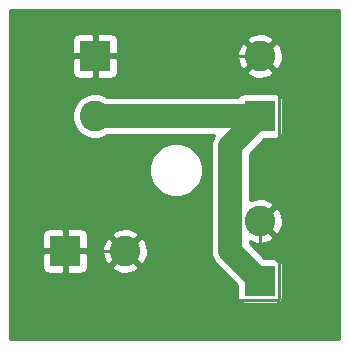
<source format=gtl>
%TF.GenerationSoftware,KiCad,Pcbnew,(5.1.12-1-10_14)*%
%TF.CreationDate,2021-12-04T23:40:54+01:00*%
%TF.ProjectId,contraddictionLamp_220Conn,636f6e74-7261-4646-9469-6374696f6e4c,rev?*%
%TF.SameCoordinates,Original*%
%TF.FileFunction,Copper,L1,Top*%
%TF.FilePolarity,Positive*%
%FSLAX46Y46*%
G04 Gerber Fmt 4.6, Leading zero omitted, Abs format (unit mm)*
G04 Created by KiCad (PCBNEW (5.1.12-1-10_14)) date 2021-12-04 23:40:54*
%MOMM*%
%LPD*%
G01*
G04 APERTURE LIST*
%TA.AperFunction,ComponentPad*%
%ADD10R,2.600000X2.600000*%
%TD*%
%TA.AperFunction,ComponentPad*%
%ADD11C,2.600000*%
%TD*%
%TA.AperFunction,Conductor*%
%ADD12C,0.250000*%
%TD*%
%TA.AperFunction,Conductor*%
%ADD13C,2.000000*%
%TD*%
%TA.AperFunction,Conductor*%
%ADD14C,0.254000*%
%TD*%
%TA.AperFunction,Conductor*%
%ADD15C,0.100000*%
%TD*%
G04 APERTURE END LIST*
D10*
%TO.P,J1,1*%
%TO.N,/Neutral*%
X170434000Y-94742000D03*
D11*
%TO.P,J1,2*%
%TO.N,/Line*%
X170434000Y-99822000D03*
%TD*%
%TO.P,J2,2*%
%TO.N,/Neutral*%
X172974000Y-111252000D03*
D10*
%TO.P,J2,1*%
X167894000Y-111252000D03*
%TD*%
D11*
%TO.P,J3,2*%
%TO.N,/Neutral*%
X184404000Y-94742000D03*
D10*
%TO.P,J3,1*%
%TO.N,/Line*%
X184404000Y-99822000D03*
%TD*%
%TO.P,J4,1*%
%TO.N,/Line*%
X184404000Y-113792000D03*
D11*
%TO.P,J4,2*%
%TO.N,/Neutral*%
X184404000Y-108712000D03*
%TD*%
D12*
%TO.N,/Neutral*%
X170434000Y-94742000D02*
X184404000Y-94742000D01*
X167894000Y-111252000D02*
X172974000Y-111252000D01*
X177139001Y-115417001D02*
X172974000Y-111252000D01*
X185964001Y-115417001D02*
X177139001Y-115417001D01*
X186029001Y-115352001D02*
X185964001Y-115417001D01*
X186029001Y-112175478D02*
X186029001Y-115352001D01*
X184404000Y-110550477D02*
X186029001Y-112175478D01*
X184404000Y-108712000D02*
X184404000Y-110550477D01*
X186029001Y-107086999D02*
X184404000Y-108712000D01*
X186029001Y-96367001D02*
X186029001Y-107086999D01*
X184404000Y-94742000D02*
X186029001Y-96367001D01*
D13*
%TO.N,/Line*%
X170434000Y-99822000D02*
X184404000Y-99822000D01*
X181903999Y-111291999D02*
X184404000Y-113792000D01*
X181903999Y-102322001D02*
X181903999Y-111291999D01*
X184404000Y-99822000D02*
X181903999Y-102322001D01*
%TD*%
D14*
%TO.N,/Neutral*%
X191110001Y-118720000D02*
X163220000Y-118720000D01*
X163220000Y-112552000D01*
X165955928Y-112552000D01*
X165968188Y-112676482D01*
X166004498Y-112796180D01*
X166063463Y-112906494D01*
X166142815Y-113003185D01*
X166239506Y-113082537D01*
X166349820Y-113141502D01*
X166469518Y-113177812D01*
X166594000Y-113190072D01*
X167608250Y-113187000D01*
X167767000Y-113028250D01*
X167767000Y-111379000D01*
X168021000Y-111379000D01*
X168021000Y-113028250D01*
X168179750Y-113187000D01*
X169194000Y-113190072D01*
X169318482Y-113177812D01*
X169438180Y-113141502D01*
X169548494Y-113082537D01*
X169645185Y-113003185D01*
X169724537Y-112906494D01*
X169783502Y-112796180D01*
X169819812Y-112676482D01*
X169827224Y-112601224D01*
X171804381Y-112601224D01*
X171936317Y-112896312D01*
X172277045Y-113067159D01*
X172644557Y-113168250D01*
X173024729Y-113195701D01*
X173402951Y-113148457D01*
X173764690Y-113028333D01*
X174011683Y-112896312D01*
X174143619Y-112601224D01*
X172974000Y-111431605D01*
X171804381Y-112601224D01*
X169827224Y-112601224D01*
X169832072Y-112552000D01*
X169829000Y-111537750D01*
X169670250Y-111379000D01*
X168021000Y-111379000D01*
X167767000Y-111379000D01*
X166117750Y-111379000D01*
X165959000Y-111537750D01*
X165955928Y-112552000D01*
X163220000Y-112552000D01*
X163220000Y-111302729D01*
X171030299Y-111302729D01*
X171077543Y-111680951D01*
X171197667Y-112042690D01*
X171329688Y-112289683D01*
X171624776Y-112421619D01*
X172794395Y-111252000D01*
X173153605Y-111252000D01*
X174323224Y-112421619D01*
X174618312Y-112289683D01*
X174789159Y-111948955D01*
X174890250Y-111581443D01*
X174917701Y-111201271D01*
X174870457Y-110823049D01*
X174750333Y-110461310D01*
X174618312Y-110214317D01*
X174323224Y-110082381D01*
X173153605Y-111252000D01*
X172794395Y-111252000D01*
X171624776Y-110082381D01*
X171329688Y-110214317D01*
X171158841Y-110555045D01*
X171057750Y-110922557D01*
X171030299Y-111302729D01*
X163220000Y-111302729D01*
X163220000Y-109952000D01*
X165955928Y-109952000D01*
X165959000Y-110966250D01*
X166117750Y-111125000D01*
X167767000Y-111125000D01*
X167767000Y-109475750D01*
X168021000Y-109475750D01*
X168021000Y-111125000D01*
X169670250Y-111125000D01*
X169829000Y-110966250D01*
X169832072Y-109952000D01*
X169827225Y-109902776D01*
X171804381Y-109902776D01*
X172974000Y-111072395D01*
X174143619Y-109902776D01*
X174011683Y-109607688D01*
X173670955Y-109436841D01*
X173303443Y-109335750D01*
X172923271Y-109308299D01*
X172545049Y-109355543D01*
X172183310Y-109475667D01*
X171936317Y-109607688D01*
X171804381Y-109902776D01*
X169827225Y-109902776D01*
X169819812Y-109827518D01*
X169783502Y-109707820D01*
X169724537Y-109597506D01*
X169645185Y-109500815D01*
X169548494Y-109421463D01*
X169438180Y-109362498D01*
X169318482Y-109326188D01*
X169194000Y-109313928D01*
X168179750Y-109317000D01*
X168021000Y-109475750D01*
X167767000Y-109475750D01*
X167608250Y-109317000D01*
X166594000Y-109313928D01*
X166469518Y-109326188D01*
X166349820Y-109362498D01*
X166239506Y-109421463D01*
X166142815Y-109500815D01*
X166063463Y-109597506D01*
X166004498Y-109707820D01*
X165968188Y-109827518D01*
X165955928Y-109952000D01*
X163220000Y-109952000D01*
X163220000Y-104170521D01*
X175022979Y-104170521D01*
X175022979Y-104617479D01*
X175110176Y-105055849D01*
X175281220Y-105468785D01*
X175529536Y-105840417D01*
X175845583Y-106156464D01*
X176217215Y-106404780D01*
X176630151Y-106575824D01*
X177068521Y-106663021D01*
X177515479Y-106663021D01*
X177953849Y-106575824D01*
X178366785Y-106404780D01*
X178738417Y-106156464D01*
X179054464Y-105840417D01*
X179302780Y-105468785D01*
X179473824Y-105055849D01*
X179561021Y-104617479D01*
X179561021Y-104170521D01*
X179473824Y-103732151D01*
X179302780Y-103319215D01*
X179054464Y-102947583D01*
X178738417Y-102631536D01*
X178366785Y-102383220D01*
X177953849Y-102212176D01*
X177515479Y-102124979D01*
X177068521Y-102124979D01*
X176630151Y-102212176D01*
X176217215Y-102383220D01*
X175845583Y-102631536D01*
X175529536Y-102947583D01*
X175281220Y-103319215D01*
X175110176Y-103732151D01*
X175022979Y-104170521D01*
X163220000Y-104170521D01*
X163220000Y-99631419D01*
X168499000Y-99631419D01*
X168499000Y-100012581D01*
X168573361Y-100386419D01*
X168719225Y-100738566D01*
X168930987Y-101055491D01*
X169200509Y-101325013D01*
X169517434Y-101536775D01*
X169869581Y-101682639D01*
X170243419Y-101757000D01*
X170624581Y-101757000D01*
X170998419Y-101682639D01*
X171350566Y-101536775D01*
X171469958Y-101457000D01*
X180512445Y-101457000D01*
X180386147Y-101693287D01*
X180292656Y-102001486D01*
X180271905Y-102212176D01*
X180261088Y-102322001D01*
X180268999Y-102402321D01*
X180269000Y-111211670D01*
X180261088Y-111291999D01*
X180292657Y-111612515D01*
X180386147Y-111920713D01*
X180502026Y-112137506D01*
X180537969Y-112204751D01*
X180742286Y-112453713D01*
X180804681Y-112504919D01*
X182465928Y-114166167D01*
X182465928Y-115092000D01*
X182478188Y-115216482D01*
X182514498Y-115336180D01*
X182573463Y-115446494D01*
X182652815Y-115543185D01*
X182749506Y-115622537D01*
X182859820Y-115681502D01*
X182979518Y-115717812D01*
X183104000Y-115730072D01*
X185704000Y-115730072D01*
X185828482Y-115717812D01*
X185948180Y-115681502D01*
X186058494Y-115622537D01*
X186155185Y-115543185D01*
X186234537Y-115446494D01*
X186293502Y-115336180D01*
X186329812Y-115216482D01*
X186342072Y-115092000D01*
X186342072Y-112492000D01*
X186329812Y-112367518D01*
X186293502Y-112247820D01*
X186234537Y-112137506D01*
X186155185Y-112040815D01*
X186058494Y-111961463D01*
X185948180Y-111902498D01*
X185828482Y-111866188D01*
X185704000Y-111853928D01*
X184778167Y-111853928D01*
X183538999Y-110614761D01*
X183538999Y-110442898D01*
X183707045Y-110527159D01*
X184074557Y-110628250D01*
X184454729Y-110655701D01*
X184832951Y-110608457D01*
X185194690Y-110488333D01*
X185441683Y-110356312D01*
X185573619Y-110061224D01*
X184404000Y-108891605D01*
X184389858Y-108905748D01*
X184210253Y-108726143D01*
X184224395Y-108712000D01*
X184583605Y-108712000D01*
X185753224Y-109881619D01*
X186048312Y-109749683D01*
X186219159Y-109408955D01*
X186320250Y-109041443D01*
X186347701Y-108661271D01*
X186300457Y-108283049D01*
X186180333Y-107921310D01*
X186048312Y-107674317D01*
X185753224Y-107542381D01*
X184583605Y-108712000D01*
X184224395Y-108712000D01*
X184210253Y-108697858D01*
X184389858Y-108518253D01*
X184404000Y-108532395D01*
X185573619Y-107362776D01*
X185441683Y-107067688D01*
X185100955Y-106896841D01*
X184733443Y-106795750D01*
X184353271Y-106768299D01*
X183975049Y-106815543D01*
X183613310Y-106935667D01*
X183538999Y-106975387D01*
X183538999Y-102999239D01*
X184778167Y-101760072D01*
X185704000Y-101760072D01*
X185828482Y-101747812D01*
X185948180Y-101711502D01*
X186058494Y-101652537D01*
X186155185Y-101573185D01*
X186234537Y-101476494D01*
X186293502Y-101366180D01*
X186329812Y-101246482D01*
X186342072Y-101122000D01*
X186342072Y-98522000D01*
X186329812Y-98397518D01*
X186293502Y-98277820D01*
X186234537Y-98167506D01*
X186155185Y-98070815D01*
X186058494Y-97991463D01*
X185948180Y-97932498D01*
X185828482Y-97896188D01*
X185704000Y-97883928D01*
X183104000Y-97883928D01*
X182979518Y-97896188D01*
X182859820Y-97932498D01*
X182749506Y-97991463D01*
X182652815Y-98070815D01*
X182573463Y-98167506D01*
X182563043Y-98187000D01*
X171469958Y-98187000D01*
X171350566Y-98107225D01*
X170998419Y-97961361D01*
X170624581Y-97887000D01*
X170243419Y-97887000D01*
X169869581Y-97961361D01*
X169517434Y-98107225D01*
X169200509Y-98318987D01*
X168930987Y-98588509D01*
X168719225Y-98905434D01*
X168573361Y-99257581D01*
X168499000Y-99631419D01*
X163220000Y-99631419D01*
X163220000Y-96042000D01*
X168495928Y-96042000D01*
X168508188Y-96166482D01*
X168544498Y-96286180D01*
X168603463Y-96396494D01*
X168682815Y-96493185D01*
X168779506Y-96572537D01*
X168889820Y-96631502D01*
X169009518Y-96667812D01*
X169134000Y-96680072D01*
X170148250Y-96677000D01*
X170307000Y-96518250D01*
X170307000Y-94869000D01*
X170561000Y-94869000D01*
X170561000Y-96518250D01*
X170719750Y-96677000D01*
X171734000Y-96680072D01*
X171858482Y-96667812D01*
X171978180Y-96631502D01*
X172088494Y-96572537D01*
X172185185Y-96493185D01*
X172264537Y-96396494D01*
X172323502Y-96286180D01*
X172359812Y-96166482D01*
X172367224Y-96091224D01*
X183234381Y-96091224D01*
X183366317Y-96386312D01*
X183707045Y-96557159D01*
X184074557Y-96658250D01*
X184454729Y-96685701D01*
X184832951Y-96638457D01*
X185194690Y-96518333D01*
X185441683Y-96386312D01*
X185573619Y-96091224D01*
X184404000Y-94921605D01*
X183234381Y-96091224D01*
X172367224Y-96091224D01*
X172372072Y-96042000D01*
X172369000Y-95027750D01*
X172210250Y-94869000D01*
X170561000Y-94869000D01*
X170307000Y-94869000D01*
X168657750Y-94869000D01*
X168499000Y-95027750D01*
X168495928Y-96042000D01*
X163220000Y-96042000D01*
X163220000Y-94792729D01*
X182460299Y-94792729D01*
X182507543Y-95170951D01*
X182627667Y-95532690D01*
X182759688Y-95779683D01*
X183054776Y-95911619D01*
X184224395Y-94742000D01*
X184583605Y-94742000D01*
X185753224Y-95911619D01*
X186048312Y-95779683D01*
X186219159Y-95438955D01*
X186320250Y-95071443D01*
X186347701Y-94691271D01*
X186300457Y-94313049D01*
X186180333Y-93951310D01*
X186048312Y-93704317D01*
X185753224Y-93572381D01*
X184583605Y-94742000D01*
X184224395Y-94742000D01*
X183054776Y-93572381D01*
X182759688Y-93704317D01*
X182588841Y-94045045D01*
X182487750Y-94412557D01*
X182460299Y-94792729D01*
X163220000Y-94792729D01*
X163220000Y-93442000D01*
X168495928Y-93442000D01*
X168499000Y-94456250D01*
X168657750Y-94615000D01*
X170307000Y-94615000D01*
X170307000Y-92965750D01*
X170561000Y-92965750D01*
X170561000Y-94615000D01*
X172210250Y-94615000D01*
X172369000Y-94456250D01*
X172372072Y-93442000D01*
X172367225Y-93392776D01*
X183234381Y-93392776D01*
X184404000Y-94562395D01*
X185573619Y-93392776D01*
X185441683Y-93097688D01*
X185100955Y-92926841D01*
X184733443Y-92825750D01*
X184353271Y-92798299D01*
X183975049Y-92845543D01*
X183613310Y-92965667D01*
X183366317Y-93097688D01*
X183234381Y-93392776D01*
X172367225Y-93392776D01*
X172359812Y-93317518D01*
X172323502Y-93197820D01*
X172264537Y-93087506D01*
X172185185Y-92990815D01*
X172088494Y-92911463D01*
X171978180Y-92852498D01*
X171858482Y-92816188D01*
X171734000Y-92803928D01*
X170719750Y-92807000D01*
X170561000Y-92965750D01*
X170307000Y-92965750D01*
X170148250Y-92807000D01*
X169134000Y-92803928D01*
X169009518Y-92816188D01*
X168889820Y-92852498D01*
X168779506Y-92911463D01*
X168682815Y-92990815D01*
X168603463Y-93087506D01*
X168544498Y-93197820D01*
X168508188Y-93317518D01*
X168495928Y-93442000D01*
X163220000Y-93442000D01*
X163220000Y-90830000D01*
X191110000Y-90830000D01*
X191110001Y-118720000D01*
%TA.AperFunction,Conductor*%
D15*
G36*
X191110001Y-118720000D02*
G01*
X163220000Y-118720000D01*
X163220000Y-112552000D01*
X165955928Y-112552000D01*
X165968188Y-112676482D01*
X166004498Y-112796180D01*
X166063463Y-112906494D01*
X166142815Y-113003185D01*
X166239506Y-113082537D01*
X166349820Y-113141502D01*
X166469518Y-113177812D01*
X166594000Y-113190072D01*
X167608250Y-113187000D01*
X167767000Y-113028250D01*
X167767000Y-111379000D01*
X168021000Y-111379000D01*
X168021000Y-113028250D01*
X168179750Y-113187000D01*
X169194000Y-113190072D01*
X169318482Y-113177812D01*
X169438180Y-113141502D01*
X169548494Y-113082537D01*
X169645185Y-113003185D01*
X169724537Y-112906494D01*
X169783502Y-112796180D01*
X169819812Y-112676482D01*
X169827224Y-112601224D01*
X171804381Y-112601224D01*
X171936317Y-112896312D01*
X172277045Y-113067159D01*
X172644557Y-113168250D01*
X173024729Y-113195701D01*
X173402951Y-113148457D01*
X173764690Y-113028333D01*
X174011683Y-112896312D01*
X174143619Y-112601224D01*
X172974000Y-111431605D01*
X171804381Y-112601224D01*
X169827224Y-112601224D01*
X169832072Y-112552000D01*
X169829000Y-111537750D01*
X169670250Y-111379000D01*
X168021000Y-111379000D01*
X167767000Y-111379000D01*
X166117750Y-111379000D01*
X165959000Y-111537750D01*
X165955928Y-112552000D01*
X163220000Y-112552000D01*
X163220000Y-111302729D01*
X171030299Y-111302729D01*
X171077543Y-111680951D01*
X171197667Y-112042690D01*
X171329688Y-112289683D01*
X171624776Y-112421619D01*
X172794395Y-111252000D01*
X173153605Y-111252000D01*
X174323224Y-112421619D01*
X174618312Y-112289683D01*
X174789159Y-111948955D01*
X174890250Y-111581443D01*
X174917701Y-111201271D01*
X174870457Y-110823049D01*
X174750333Y-110461310D01*
X174618312Y-110214317D01*
X174323224Y-110082381D01*
X173153605Y-111252000D01*
X172794395Y-111252000D01*
X171624776Y-110082381D01*
X171329688Y-110214317D01*
X171158841Y-110555045D01*
X171057750Y-110922557D01*
X171030299Y-111302729D01*
X163220000Y-111302729D01*
X163220000Y-109952000D01*
X165955928Y-109952000D01*
X165959000Y-110966250D01*
X166117750Y-111125000D01*
X167767000Y-111125000D01*
X167767000Y-109475750D01*
X168021000Y-109475750D01*
X168021000Y-111125000D01*
X169670250Y-111125000D01*
X169829000Y-110966250D01*
X169832072Y-109952000D01*
X169827225Y-109902776D01*
X171804381Y-109902776D01*
X172974000Y-111072395D01*
X174143619Y-109902776D01*
X174011683Y-109607688D01*
X173670955Y-109436841D01*
X173303443Y-109335750D01*
X172923271Y-109308299D01*
X172545049Y-109355543D01*
X172183310Y-109475667D01*
X171936317Y-109607688D01*
X171804381Y-109902776D01*
X169827225Y-109902776D01*
X169819812Y-109827518D01*
X169783502Y-109707820D01*
X169724537Y-109597506D01*
X169645185Y-109500815D01*
X169548494Y-109421463D01*
X169438180Y-109362498D01*
X169318482Y-109326188D01*
X169194000Y-109313928D01*
X168179750Y-109317000D01*
X168021000Y-109475750D01*
X167767000Y-109475750D01*
X167608250Y-109317000D01*
X166594000Y-109313928D01*
X166469518Y-109326188D01*
X166349820Y-109362498D01*
X166239506Y-109421463D01*
X166142815Y-109500815D01*
X166063463Y-109597506D01*
X166004498Y-109707820D01*
X165968188Y-109827518D01*
X165955928Y-109952000D01*
X163220000Y-109952000D01*
X163220000Y-104170521D01*
X175022979Y-104170521D01*
X175022979Y-104617479D01*
X175110176Y-105055849D01*
X175281220Y-105468785D01*
X175529536Y-105840417D01*
X175845583Y-106156464D01*
X176217215Y-106404780D01*
X176630151Y-106575824D01*
X177068521Y-106663021D01*
X177515479Y-106663021D01*
X177953849Y-106575824D01*
X178366785Y-106404780D01*
X178738417Y-106156464D01*
X179054464Y-105840417D01*
X179302780Y-105468785D01*
X179473824Y-105055849D01*
X179561021Y-104617479D01*
X179561021Y-104170521D01*
X179473824Y-103732151D01*
X179302780Y-103319215D01*
X179054464Y-102947583D01*
X178738417Y-102631536D01*
X178366785Y-102383220D01*
X177953849Y-102212176D01*
X177515479Y-102124979D01*
X177068521Y-102124979D01*
X176630151Y-102212176D01*
X176217215Y-102383220D01*
X175845583Y-102631536D01*
X175529536Y-102947583D01*
X175281220Y-103319215D01*
X175110176Y-103732151D01*
X175022979Y-104170521D01*
X163220000Y-104170521D01*
X163220000Y-99631419D01*
X168499000Y-99631419D01*
X168499000Y-100012581D01*
X168573361Y-100386419D01*
X168719225Y-100738566D01*
X168930987Y-101055491D01*
X169200509Y-101325013D01*
X169517434Y-101536775D01*
X169869581Y-101682639D01*
X170243419Y-101757000D01*
X170624581Y-101757000D01*
X170998419Y-101682639D01*
X171350566Y-101536775D01*
X171469958Y-101457000D01*
X180512445Y-101457000D01*
X180386147Y-101693287D01*
X180292656Y-102001486D01*
X180271905Y-102212176D01*
X180261088Y-102322001D01*
X180268999Y-102402321D01*
X180269000Y-111211670D01*
X180261088Y-111291999D01*
X180292657Y-111612515D01*
X180386147Y-111920713D01*
X180502026Y-112137506D01*
X180537969Y-112204751D01*
X180742286Y-112453713D01*
X180804681Y-112504919D01*
X182465928Y-114166167D01*
X182465928Y-115092000D01*
X182478188Y-115216482D01*
X182514498Y-115336180D01*
X182573463Y-115446494D01*
X182652815Y-115543185D01*
X182749506Y-115622537D01*
X182859820Y-115681502D01*
X182979518Y-115717812D01*
X183104000Y-115730072D01*
X185704000Y-115730072D01*
X185828482Y-115717812D01*
X185948180Y-115681502D01*
X186058494Y-115622537D01*
X186155185Y-115543185D01*
X186234537Y-115446494D01*
X186293502Y-115336180D01*
X186329812Y-115216482D01*
X186342072Y-115092000D01*
X186342072Y-112492000D01*
X186329812Y-112367518D01*
X186293502Y-112247820D01*
X186234537Y-112137506D01*
X186155185Y-112040815D01*
X186058494Y-111961463D01*
X185948180Y-111902498D01*
X185828482Y-111866188D01*
X185704000Y-111853928D01*
X184778167Y-111853928D01*
X183538999Y-110614761D01*
X183538999Y-110442898D01*
X183707045Y-110527159D01*
X184074557Y-110628250D01*
X184454729Y-110655701D01*
X184832951Y-110608457D01*
X185194690Y-110488333D01*
X185441683Y-110356312D01*
X185573619Y-110061224D01*
X184404000Y-108891605D01*
X184389858Y-108905748D01*
X184210253Y-108726143D01*
X184224395Y-108712000D01*
X184583605Y-108712000D01*
X185753224Y-109881619D01*
X186048312Y-109749683D01*
X186219159Y-109408955D01*
X186320250Y-109041443D01*
X186347701Y-108661271D01*
X186300457Y-108283049D01*
X186180333Y-107921310D01*
X186048312Y-107674317D01*
X185753224Y-107542381D01*
X184583605Y-108712000D01*
X184224395Y-108712000D01*
X184210253Y-108697858D01*
X184389858Y-108518253D01*
X184404000Y-108532395D01*
X185573619Y-107362776D01*
X185441683Y-107067688D01*
X185100955Y-106896841D01*
X184733443Y-106795750D01*
X184353271Y-106768299D01*
X183975049Y-106815543D01*
X183613310Y-106935667D01*
X183538999Y-106975387D01*
X183538999Y-102999239D01*
X184778167Y-101760072D01*
X185704000Y-101760072D01*
X185828482Y-101747812D01*
X185948180Y-101711502D01*
X186058494Y-101652537D01*
X186155185Y-101573185D01*
X186234537Y-101476494D01*
X186293502Y-101366180D01*
X186329812Y-101246482D01*
X186342072Y-101122000D01*
X186342072Y-98522000D01*
X186329812Y-98397518D01*
X186293502Y-98277820D01*
X186234537Y-98167506D01*
X186155185Y-98070815D01*
X186058494Y-97991463D01*
X185948180Y-97932498D01*
X185828482Y-97896188D01*
X185704000Y-97883928D01*
X183104000Y-97883928D01*
X182979518Y-97896188D01*
X182859820Y-97932498D01*
X182749506Y-97991463D01*
X182652815Y-98070815D01*
X182573463Y-98167506D01*
X182563043Y-98187000D01*
X171469958Y-98187000D01*
X171350566Y-98107225D01*
X170998419Y-97961361D01*
X170624581Y-97887000D01*
X170243419Y-97887000D01*
X169869581Y-97961361D01*
X169517434Y-98107225D01*
X169200509Y-98318987D01*
X168930987Y-98588509D01*
X168719225Y-98905434D01*
X168573361Y-99257581D01*
X168499000Y-99631419D01*
X163220000Y-99631419D01*
X163220000Y-96042000D01*
X168495928Y-96042000D01*
X168508188Y-96166482D01*
X168544498Y-96286180D01*
X168603463Y-96396494D01*
X168682815Y-96493185D01*
X168779506Y-96572537D01*
X168889820Y-96631502D01*
X169009518Y-96667812D01*
X169134000Y-96680072D01*
X170148250Y-96677000D01*
X170307000Y-96518250D01*
X170307000Y-94869000D01*
X170561000Y-94869000D01*
X170561000Y-96518250D01*
X170719750Y-96677000D01*
X171734000Y-96680072D01*
X171858482Y-96667812D01*
X171978180Y-96631502D01*
X172088494Y-96572537D01*
X172185185Y-96493185D01*
X172264537Y-96396494D01*
X172323502Y-96286180D01*
X172359812Y-96166482D01*
X172367224Y-96091224D01*
X183234381Y-96091224D01*
X183366317Y-96386312D01*
X183707045Y-96557159D01*
X184074557Y-96658250D01*
X184454729Y-96685701D01*
X184832951Y-96638457D01*
X185194690Y-96518333D01*
X185441683Y-96386312D01*
X185573619Y-96091224D01*
X184404000Y-94921605D01*
X183234381Y-96091224D01*
X172367224Y-96091224D01*
X172372072Y-96042000D01*
X172369000Y-95027750D01*
X172210250Y-94869000D01*
X170561000Y-94869000D01*
X170307000Y-94869000D01*
X168657750Y-94869000D01*
X168499000Y-95027750D01*
X168495928Y-96042000D01*
X163220000Y-96042000D01*
X163220000Y-94792729D01*
X182460299Y-94792729D01*
X182507543Y-95170951D01*
X182627667Y-95532690D01*
X182759688Y-95779683D01*
X183054776Y-95911619D01*
X184224395Y-94742000D01*
X184583605Y-94742000D01*
X185753224Y-95911619D01*
X186048312Y-95779683D01*
X186219159Y-95438955D01*
X186320250Y-95071443D01*
X186347701Y-94691271D01*
X186300457Y-94313049D01*
X186180333Y-93951310D01*
X186048312Y-93704317D01*
X185753224Y-93572381D01*
X184583605Y-94742000D01*
X184224395Y-94742000D01*
X183054776Y-93572381D01*
X182759688Y-93704317D01*
X182588841Y-94045045D01*
X182487750Y-94412557D01*
X182460299Y-94792729D01*
X163220000Y-94792729D01*
X163220000Y-93442000D01*
X168495928Y-93442000D01*
X168499000Y-94456250D01*
X168657750Y-94615000D01*
X170307000Y-94615000D01*
X170307000Y-92965750D01*
X170561000Y-92965750D01*
X170561000Y-94615000D01*
X172210250Y-94615000D01*
X172369000Y-94456250D01*
X172372072Y-93442000D01*
X172367225Y-93392776D01*
X183234381Y-93392776D01*
X184404000Y-94562395D01*
X185573619Y-93392776D01*
X185441683Y-93097688D01*
X185100955Y-92926841D01*
X184733443Y-92825750D01*
X184353271Y-92798299D01*
X183975049Y-92845543D01*
X183613310Y-92965667D01*
X183366317Y-93097688D01*
X183234381Y-93392776D01*
X172367225Y-93392776D01*
X172359812Y-93317518D01*
X172323502Y-93197820D01*
X172264537Y-93087506D01*
X172185185Y-92990815D01*
X172088494Y-92911463D01*
X171978180Y-92852498D01*
X171858482Y-92816188D01*
X171734000Y-92803928D01*
X170719750Y-92807000D01*
X170561000Y-92965750D01*
X170307000Y-92965750D01*
X170148250Y-92807000D01*
X169134000Y-92803928D01*
X169009518Y-92816188D01*
X168889820Y-92852498D01*
X168779506Y-92911463D01*
X168682815Y-92990815D01*
X168603463Y-93087506D01*
X168544498Y-93197820D01*
X168508188Y-93317518D01*
X168495928Y-93442000D01*
X163220000Y-93442000D01*
X163220000Y-90830000D01*
X191110000Y-90830000D01*
X191110001Y-118720000D01*
G37*
%TD.AperFunction*%
%TD*%
M02*

</source>
